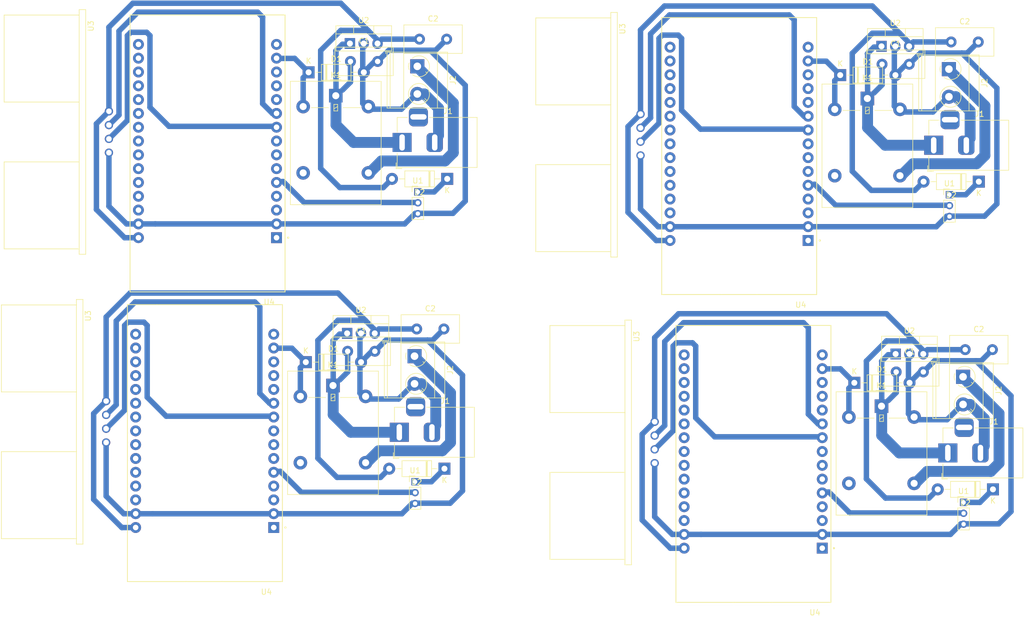
<source format=kicad_pcb>
(kicad_pcb (version 20221018) (generator pcbnew)
  (layers (0 "F.Cu" signal) (31 "B.Cu" signal) (34 "B.Paste" user) (35 "F.Paste" user) (36 "B.SilkS" user "B.Silkscreen") (37 "F.SilkS" user "F.Silkscreen") (38 "B.Mask" user) (39 "F.Mask" user) (44 "Edge.Cuts" user))
  (net 0 "")
  (net 1 "Net-(U3-Pad2)")
  (net 2 "Net-(U3-Pad3)")
  (net 3 "Net-(J1-Pad1)")
  (net 4 "5V")
  (net 5 "GND")
  (net 7 "Net-(U2-VI)")
  (net 8 "Net-(D1-K)")
  (net 9 "Net-(J2-Pin_1)")
  (net 10 "Net-(D2-K)")
  (net 11 "Net-(U1-SINAL)")
  (net 18 "Net-(U3-ECHO)")
  (net 19 "Net-(U3-TRIG)")
  (footprint "HC-SR04:XCVR_HC-SR04" (layer "F.Cu") (at 107.958 156.087 -90)
    (fp_text reference "U3")
    (fp_text value "HC-SR04")
  )
  (footprint "ESP32-DEVKIT-V1:TerminalBlock_MetzConnect_Type073_RT02602HBLU_1x02_P5.08mm_Horizontal" (layer "F.Cu") (at 165.2 90.7 -90)
    (fp_text reference "J2")
    (fp_text value "Screw_Terminal_01x02")
  )
  (footprint "Diode_THT:D_DO-41_SOD81_P10.16mm_Horizontal" (layer "F.Cu") (at 242.988 92.314)
    (fp_text reference "D1")
    (fp_text value "1N4007")
  )
  (footprint "Capacitor_THT:C_Disc_D10.5mm_W5.0mm_P5.00mm" (layer "F.Cu") (at 152.388 143.114)
    (fp_text reference "C1")
    (fp_text value "0.33uF")
  )
  (footprint "Capacitor_THT:C_Disc_D10.5mm_W5.0mm_P5.00mm" (layer "F.Cu") (at 263.388 86.214)
    (fp_text reference "C2")
    (fp_text value "0.1uF")
  )
  (footprint "Connector_PinHeader_2.00mm:PinHeader_1x03_P2.00mm_Vertical" (layer "F.Cu") (at 265.688 170.914)
    (fp_text reference "U1")
    (fp_text value "YF_S201")
  )
  (footprint "Capacitor_THT:C_Disc_D10.5mm_W5.0mm_P5.00mm" (layer "F.Cu") (at 253.288 146.914)
    (fp_text reference "C1")
    (fp_text value "0.33uF")
  )
  (footprint "ESP32-DEVKIT-V1:TerminalBlock_MetzConnect_Type073_RT02602HBLU_1x02_P5.08mm_Horizontal" (layer "F.Cu") (at 164.688 144.014 -90)
    (fp_text reference "J2")
    (fp_text value "Screw_Terminal_01x02")
  )
  (footprint "HC-SR04:XCVR_HC-SR04" (layer "F.Cu") (at 108.47 102.773 -90)
    (fp_text reference "U3")
    (fp_text value "HC-SR04")
  )
  (footprint "ESP32-DEVKIT-V1:MODULE_ESP32_DEVKIT_V1" (layer "F.Cu") (at 126.6 106.705 180)
    (fp_text reference "U4")
    (fp_text value "ESP32-DEVKIT-V1")
  )
  (footprint "Connector_BarrelJack:BarrelJack_Horizontal" (layer "F.Cu") (at 162.4 104.7 180)
    (fp_text reference "J1")
    (fp_text value "Barrel_Jack")
  )
  (footprint "Capacitor_THT:C_Disc_D10.5mm_W5.0mm_P5.00mm" (layer "F.Cu") (at 152.9 89.8)
    (fp_text reference "C1")
    (fp_text value "0.33uF")
  )
  (footprint "Connector_PinHeader_2.00mm:PinHeader_1x03_P2.00mm_Vertical" (layer "F.Cu") (at 165.3 113.8)
    (fp_text reference "U1")
    (fp_text value "YF_S201")
  )
  (footprint "ESP32-DEVKIT-V1:Relay_SPDT_Omron-G5LE-12" (layer "F.Cu") (at 149.688 149.414)
    (fp_text reference "K1")
    (fp_text value "G5LE-1")
  )
  (footprint "Connector_PinHeader_2.00mm:PinHeader_1x03_P2.00mm_Vertical" (layer "F.Cu") (at 263.088 114.314)
    (fp_text reference "U1")
    (fp_text value "YF_S201")
  )
  (footprint "Connector_BarrelJack:BarrelJack_Horizontal" (layer "F.Cu") (at 161.888 158.014 180)
    (fp_text reference "J1")
    (fp_text value "Barrel_Jack")
  )
  (footprint "Capacitor_THT:C_Disc_D10.5mm_W5.0mm_P5.00mm" (layer "F.Cu") (at 250.688 90.314)
    (fp_text reference "C1")
    (fp_text value "0.33uF")
  )
  (footprint "Diode_THT:D_DO-41_SOD81_P10.16mm_Horizontal" (layer "F.Cu") (at 145.2 91.8)
    (fp_text reference "D1")
    (fp_text value "1N4007")
  )
  (footprint "Diode_THT:D_DO-41_SOD81_P10.16mm_Horizontal" (layer "F.Cu") (at 144.688 145.114)
    (fp_text reference "D1")
    (fp_text value "1N4007")
  )
  (footprint "ESP32-DEVKIT-V1:MODULE_ESP32_DEVKIT_V1" (layer "F.Cu") (at 224.388 107.219 180)
    (fp_text reference "U4")
    (fp_text value "ESP32-DEVKIT-V1")
  )
  (footprint "ESP32-DEVKIT-V1:TO-220-3_Vertical2" (layer "F.Cu") (at 253.188 143.614)
    (fp_text reference "U2")
    (fp_text value "LM7805_TO220")
  )
  (footprint "ESP32-DEVKIT-V1:TerminalBlock_MetzConnect_Type073_RT02602HBLU_1x02_P5.08mm_Horizontal" (layer "F.Cu") (at 262.988 91.214 -90)
    (fp_text reference "J2")
    (fp_text value "Screw_Terminal_01x02")
  )
  (footprint "ESP32-DEVKIT-V1:TO-220-3_Vertical2" (layer "F.Cu") (at 152.288 139.814)
    (fp_text reference "U2")
    (fp_text value "LM7805_TO220")
  )
  (footprint "Connector_BarrelJack:BarrelJack_Horizontal" (layer "F.Cu") (at 262.788 161.814 180)
    (fp_text reference "J1")
    (fp_text value "Barrel_Jack")
  )
  (footprint "ESP32-DEVKIT-V1:MODULE_ESP32_DEVKIT_V1" (layer "F.Cu") (at 126.088 160.019 180)
    (fp_text reference "U4")
    (fp_text value "ESP32-DEVKIT-V1")
  )
  (footprint "Capacitor_THT:C_Disc_D10.5mm_W5.0mm_P5.00mm" (layer "F.Cu") (at 265.988 142.814)
    (fp_text reference "C2")
    (fp_text value "0.1uF")
  )
  (footprint "HC-SR04:XCVR_HC-SR04" (layer "F.Cu") (at 206.258 103.287 -90)
    (fp_text reference "U3")
    (fp_text value "HC-SR04")
  )
  (footprint "Diode_THT:D_DO-41_SOD81_P10.16mm_Horizontal" (layer "F.Cu") (at 245.588 148.914)
    (fp_text reference "D1")
    (fp_text value "1N4007")
  )
  (footprint "Diode_THT:D_DO-41_SOD81_P10.16mm_Horizontal" (layer "F.Cu") (at 271.088 168.514 180)
    (fp_text reference "D2")
    (fp_text value "1N4007")
  )
  (footprint "Connector_PinHeader_2.00mm:PinHeader_1x03_P2.00mm_Vertical" (layer "F.Cu") (at 164.788 167.114)
    (fp_text reference "U1")
    (fp_text value "YF_S201")
  )
  (footprint "ESP32-DEVKIT-V1:TerminalBlock_MetzConnect_Type073_RT02602HBLU_1x02_P5.08mm_Horizontal" (layer "F.Cu") (at 265.588 147.814 -90)
    (fp_text reference "J2")
    (fp_text value "Screw_Terminal_01x02")
  )
  (footprint "ESP32-DEVKIT-V1:Relay_SPDT_Omron-G5LE-12" (layer "F.Cu") (at 150.2 96.1)
    (fp_text reference "K1")
    (fp_text value "G5LE-1")
  )
  (footprint "ESP32-DEVKIT-V1:Relay_SPDT_Omron-G5LE-12" (layer "F.Cu") (at 247.988 96.614)
    (fp_text reference "K1")
    (fp_text value "G5LE-1")
  )
  (footprint "Capacitor_THT:C_Disc_D10.5mm_W5.0mm_P5.00mm" (layer "F.Cu") (at 165.6 85.7)
    (fp_text reference "C2")
    (fp_text value "0.1uF")
  )
  (footprint "ESP32-DEVKIT-V1:Relay_SPDT_Omron-G5LE-12" (layer "F.Cu") (at 250.588 153.214)
    (fp_text reference "K1")
    (fp_text value "G5LE-1")
  )
  (footprint "Diode_THT:D_DO-41_SOD81_P10.16mm_Horizontal" (layer "F.Cu") (at 170.7 111.4 180)
    (fp_text reference "D2")
    (fp_text value "1N4007")
  )
  (footprint "Diode_THT:D_DO-41_SOD81_P10.16mm_Horizontal" (layer "F.Cu") (at 170.188 164.714 180)
    (fp_text reference "D2")
    (fp_text value "1N4007")
  )
  (footprint "Capacitor_THT:C_Disc_D10.5mm_W5.0mm_P5.00mm" (layer "F.Cu") (at 165.088 139.014)
    (fp_text reference "C2")
    (fp_text value "0.1uF")
  )
  (footprint "ESP32-DEVKIT-V1:TO-220-3_Vertical2" (layer "F.Cu") (at 152.8 86.5)
    (fp_text reference "U2")
    (fp_text value "LM7805_TO220")
  )
  (footprint "ESP32-DEVKIT-V1:MODULE_ESP32_DEVKIT_V1" (layer "F.Cu") (at 226.988 163.819 180)
    (fp_text reference "U4")
    (fp_text value "ESP32-DEVKIT-V1")
  )
  (footprint "ESP32-DEVKIT-V1:TO-220-3_Vertical2" (layer "F.Cu") (at 250.588 87.014)
    (fp_text reference "U2")
    (fp_text value "LM7805_TO220")
  )
  (footprint "Connector_BarrelJack:BarrelJack_Horizontal" (layer "F.Cu") (at 260.188 105.214 180)
    (fp_text reference "J1")
    (fp_text value "Barrel_Jack")
  )
  (footprint "HC-SR04:XCVR_HC-SR04" (layer "F.Cu") (at 208.858 159.887 -90)
    (fp_text reference "U3")
    (fp_text value "HC-SR04")
  )
  (footprint "Diode_THT:D_DO-41_SOD81_P10.16mm_Horizontal" (layer "F.Cu") (at 268.488 111.914 180)
    (fp_text reference "D2")
    (fp_text value "1N4007")
  )
  (segment (start 111.358 138.357) (end 111.958 137.757) (width 1) (layer "B.Cu") (net 1))
  (segment (start 215.808 141.557) (end 216.408 142.157) (width 1) (layer "B.Cu") (net 1))
  (segment (start 213.208 84.957) (end 213.808 85.557) (width 1) (layer "B.Cu") (net 1))
  (segment (start 216.408 142.157) (end 216.408 155.357) (width 1) (layer "B.Cu") (net 1))
  (segment (start 212.258 142.157) (end 212.858 141.557) (width 1) (layer "B.Cu") (net 1))
  (segment (start 209.658 85.557) (end 210.258 84.957) (width 1) (layer "B.Cu") (net 1))
  (segment (start 209.658 101.157) (end 209.658 85.557) (width 1) (layer "B.Cu") (net 1))
  (segment (start 108.47 104.043) (end 111.87 100.643) (width 1) (layer "B.Cu") (net 1))
  (segment (start 111.358 153.957) (end 111.358 138.357) (width 1) (layer "B.Cu") (net 1))
  (segment (start 115.508 151.557) (end 119.003 155.052) (width 1) (layer "B.Cu") (net 1))
  (segment (start 111.87 85.043) (end 112.47 84.443) (width 1) (layer "B.Cu") (net 1))
  (segment (start 212.858 141.557) (end 215.808 141.557) (width 1) (layer "B.Cu") (net 1))
  (segment (start 115.42 84.443) (end 116.02 85.043) (width 1) (layer "B.Cu") (net 1))
  (segment (start 111.958 137.757) (end 114.908 137.757) (width 1) (layer "B.Cu") (net 1))
  (segment (start 212.258 157.757) (end 212.258 142.157) (width 1) (layer "B.Cu") (net 1))
  (segment (start 119.515 101.738) (end 139.32 101.738) (width 1) (layer "B.Cu") (net 1))
  (segment (start 116.02 85.043) (end 116.02 98.243) (width 1) (layer "B.Cu") (net 1))
  (segment (start 119.003 155.052) (end 138.808 155.052) (width 1) (layer "B.Cu") (net 1))
  (segment (start 213.808 98.757) (end 217.303 102.252) (width 1) (layer "B.Cu") (net 1))
  (segment (start 116.02 98.243) (end 119.515 101.738) (width 1) (layer "B.Cu") (net 1))
  (segment (start 216.408 155.357) (end 219.903 158.852) (width 1) (layer "B.Cu") (net 1))
  (segment (start 112.47 84.443) (end 115.42 84.443) (width 1) (layer "B.Cu") (net 1))
  (segment (start 213.808 85.557) (end 213.808 98.757) (width 1) (layer "B.Cu") (net 1))
  (segment (start 111.87 100.643) (end 111.87 85.043) (width 1) (layer "B.Cu") (net 1))
  (segment (start 206.258 104.557) (end 209.658 101.157) (width 1) (layer "B.Cu") (net 1))
  (segment (start 217.303 102.252) (end 237.108 102.252) (width 1) (layer "B.Cu") (net 1))
  (segment (start 210.258 84.957) (end 213.208 84.957) (width 1) (layer "B.Cu") (net 1))
  (segment (start 107.958 157.357) (end 111.358 153.957) (width 1) (layer "B.Cu") (net 1))
  (segment (start 219.903 158.852) (end 239.708 158.852) (width 1) (layer "B.Cu") (net 1))
  (segment (start 114.908 137.757) (end 115.508 138.357) (width 1) (layer "B.Cu") (net 1))
  (segment (start 208.858 161.157) (end 212.258 157.757) (width 1) (layer "B.Cu") (net 1))
  (segment (start 115.508 138.357) (end 115.508 151.557) (width 1) (layer "B.Cu") (net 1))
  (segment (start 109.808 137.530696) (end 113.288716 134.04998) (width 1) (layer "B.Cu") (net 2))
  (segment (start 138.543 99.366) (end 139.412 99.366) (width 1) (layer "B.Cu") (net 2))
  (segment (start 110.32 99.653) (end 110.32 84.216696) (width 1) (layer "B.Cu") (net 2))
  (segment (start 234.530479 98.079479) (end 236.331 99.88) (width 1) (layer "B.Cu") (net 2))
  (segment (start 210.708 156.767) (end 210.708 141.330696) (width 1) (layer "B.Cu") (net 2))
  (segment (start 237.130479 154.679479) (end 238.931 156.48) (width 1) (layer "B.Cu") (net 2))
  (segment (start 238.931 156.48) (end 239.8 156.48) (width 1) (layer "B.Cu") (net 2))
  (segment (start 211.588716 81.24998) (end 233.617116 81.24998) (width 1) (layer "B.Cu") (net 2))
  (segment (start 237.130479 138.763343) (end 237.130479 154.679479) (width 1) (layer "B.Cu") (net 2))
  (segment (start 136.742479 81.649343) (end 136.742479 97.565479) (width 1) (layer "B.Cu") (net 2))
  (segment (start 233.617116 81.24998) (end 234.530479 82.163343) (width 1) (layer "B.Cu") (net 2))
  (segment (start 138.031 152.68) (end 138.9 152.68) (width 1) (layer "B.Cu") (net 2))
  (segment (start 110.32 84.216696) (end 113.800716 80.73598) (width 1) (layer "B.Cu") (net 2))
  (segment (start 234.530479 82.163343) (end 234.530479 98.079479) (width 1) (layer "B.Cu") (net 2))
  (segment (start 136.230479 134.963343) (end 136.230479 150.879479) (width 1) (layer "B.Cu") (net 2))
  (segment (start 113.800716 80.73598) (end 135.829116 80.73598) (width 1) (layer "B.Cu") (net 2))
  (segment (start 113.288716 134.04998) (end 135.317116 134.04998) (width 1) (layer "B.Cu") (net 2))
  (segment (start 208.108 100.167) (end 208.108 84.730696) (width 1) (layer "B.Cu") (net 2))
  (segment (start 210.708 141.330696) (end 214.188716 137.84998) (width 1) (layer "B.Cu") (net 2))
  (segment (start 236.217116 137.84998) (end 237.130479 138.763343) (width 1) (layer "B.Cu") (net 2))
  (segment (start 136.742479 97.565479) (end 138.543 99.366) (width 1) (layer "B.Cu") (net 2))
  (segment (start 206.258 102.017) (end 208.108 100.167) (width 1) (layer "B.Cu") (net 2))
  (segment (start 107.958 154.817) (end 109.808 152.967) (width 1) (layer "B.Cu") (net 2))
  (segment (start 109.808 152.967) (end 109.808 137.530696) (width 1) (layer "B.Cu") (net 2))
  (segment (start 208.858 158.617) (end 210.708 156.767) (width 1) (layer "B.Cu") (net 2))
  (segment (start 135.317116 134.04998) (end 136.230479 134.963343) (width 1) (layer "B.Cu") (net 2))
  (segment (start 236.331 99.88) (end 237.2 99.88) (width 1) (layer "B.Cu") (net 2))
  (segment (start 208.108 84.730696) (end 211.588716 81.24998) (width 1) (layer "B.Cu") (net 2))
  (segment (start 214.188716 137.84998) (end 236.217116 137.84998) (width 1) (layer "B.Cu") (net 2))
  (segment (start 108.47 101.503) (end 110.32 99.653) (width 1) (layer "B.Cu") (net 2))
  (segment (start 136.230479 150.879479) (end 138.031 152.68) (width 1) (layer "B.Cu") (net 2))
  (segment (start 135.829116 80.73598) (end 136.742479 81.649343) (width 1) (layer "B.Cu") (net 2))
  (segment (start 149.726 141.175) (end 149.726 149.897) (width 1) (layer "B.Cu") (net 3))
  (segment (start 150.906 139.959) (end 149.708 141.157) (width 1) (layer "B.Cu") (net 3))
  (segment (start 250.626 144.975) (end 250.626 153.697) (width 1) (layer "B.Cu") (net 3))
  (segment (start 260.188 105.214) (end 251.265 105.214) (width 2) (layer "B.Cu") (net 3))
  (segment (start 150.238 101.461) (end 150.238 96.583) (width 2) (layer "B.Cu") (net 3))
  (segment (start 248.026 101.975) (end 248.026 97.097) (width 2) (layer "B.Cu") (net 3))
  (segment (start 152.62 86.645) (end 151.418 86.645) (width 1) (layer "B.Cu") (net 3))
  (segment (start 250.608 144.957) (end 250.626 144.975) (width 1) (layer "B.Cu") (net 3))
  (segment (start 153.477 104.7) (end 150.238 101.461) (width 2) (layer "B.Cu") (net 3))
  (segment (start 150.238 87.861) (end 150.238 96.583) (width 1) (layer "B.Cu") (net 3))
  (segment (start 248.008 88.357) (end 248.026 88.375) (width 1) (layer "B.Cu") (net 3))
  (segment (start 253.865 161.814) (end 250.626 158.575) (width 2) (layer "B.Cu") (net 3))
  (segment (start 249.206 87.159) (end 248.008 88.357) (width 1) (layer "B.Cu") (net 3))
  (segment (start 162.4 104.7) (end 153.477 104.7) (width 2) (layer "B.Cu") (net 3))
  (segment (start 152.965 158.014) (end 149.726 154.775) (width 2) (layer "B.Cu") (net 3))
  (segment (start 151.418 86.645) (end 150.22 87.843) (width 1) (layer "B.Cu") (net 3))
  (segment (start 262.788 161.814) (end 253.865 161.814) (width 2) (layer "B.Cu") (net 3))
  (segment (start 152.108 139.959) (end 150.906 139.959) (width 1) (layer "B.Cu") (net 3))
  (segment (start 250.626 158.575) (end 250.626 153.697) (width 2) (layer "B.Cu") (net 3))
  (segment (start 250.408 87.159) (end 249.206 87.159) (width 1) (layer "B.Cu") (net 3))
  (segment (start 251.806 143.759) (end 250.608 144.957) (width 1) (layer "B.Cu") (net 3))
  (segment (start 150.22 87.843) (end 150.238 87.861) (width 1) (layer "B.Cu") (net 3))
  (segment (start 149.726 154.775) (end 149.726 149.897) (width 2) (layer "B.Cu") (net 3))
  (segment (start 251.265 105.214) (end 248.026 101.975) (width 2) (layer "B.Cu") (net 3))
  (segment (start 248.026 88.375) (end 248.026 97.097) (width 1) (layer "B.Cu") (net 3))
  (segment (start 253.008 143.759) (end 251.806 143.759) (width 1) (layer "B.Cu") (net 3))
  (segment (start 161.888 158.014) (end 152.965 158.014) (width 2) (layer "B.Cu") (net 3))
  (segment (start 149.708 141.157) (end 149.726 141.175) (width 1) (layer "B.Cu") (net 3))
  (segment (start 112.87 79.093) (end 151.12 79.093) (width 1) (layer "B.Cu") (net 4))
  (segment (start 110.841 175.54) (end 105.658 170.357) (width 1) (layer "B.Cu") (net 4))
  (segment (start 146.908 141.107) (end 150.608 137.407) (width 1) (layer "B.Cu") (net 4))
  (segment (start 248.908 84.607) (end 253.908 84.607) (width 1) (layer "B.Cu") (net 4))
  (segment (start 151.12 79.093) (end 156.12 84.093) (width 1) (layer "B.Cu") (net 4))
  (segment (start 260.928 168.514) (end 259.328 170.114) (width 1) (layer "B.Cu") (net 4))
  (segment (start 208.858 156.077) (end 208.858 140.607) (width 1) (layer "B.Cu") (net 4))
  (segment (start 259.328 170.114) (end 251.328 170.114) (width 1) (layer "B.Cu") (net 4))
  (segment (start 157.7 85.673) (end 157.7 86.645) (width 1) (layer "B.Cu") (net 4))
  (segment (start 251.508 136.207) (end 256.508 141.207) (width 1) (layer "B.Cu") (net 4))
  (segment (start 106.17 101.263) (end 108.47 98.963) (width 1) (layer "B.Cu") (net 4))
  (segment (start 256.508 141.207) (end 258.088 142.787) (width 1) (layer "B.Cu") (net 4))
  (segment (start 203.958 117.557) (end 203.958 101.777) (width 1) (layer "B.Cu") (net 4))
  (segment (start 150.428 166.314) (end 146.908 162.794) (width 1) (layer "B.Cu") (net 4))
  (segment (start 211.741 179.34) (end 206.558 174.157) (width 1) (layer "B.Cu") (net 4))
  (segment (start 247.808 144.907) (end 251.508 141.207) (width 1) (layer "B.Cu") (net 4))
  (segment (start 255.488 86.187) (end 255.488 87.159) (width 1) (layer "B.Cu") (net 4))
  (segment (start 203.958 101.777) (end 206.258 99.477) (width 1) (layer "B.Cu") (net 4))
  (segment (start 265.988 142.814) (end 259.033 142.814) (width 1) (layer "B.Cu") (net 4))
  (segment (start 147.42 87.793) (end 151.12 84.093) (width 1) (layer "B.Cu") (net 4))
  (segment (start 165.6 85.7) (end 158.645 85.7) (width 1) (layer "B.Cu") (net 4))
  (segment (start 206.258 99.477) (end 206.258 84.007) (width 1) (layer "B.Cu") (net 4))
  (segment (start 146.908 162.794) (end 146.908 141.107) (width 1) (layer "B.Cu") (net 4))
  (segment (start 106.17 117.043) (end 106.17 101.263) (width 1) (layer "B.Cu") (net 4))
  (segment (start 165.088 139.014) (end 158.133 139.014) (width 1) (layer "B.Cu") (net 4))
  (segment (start 251.508 141.207) (end 256.508 141.207) (width 1) (layer "B.Cu") (net 4))
  (segment (start 256.433 86.214) (end 255.488 87.159) (width 1) (layer "B.Cu") (net 4))
  (segment (start 112.358 132.407) (end 150.608 132.407) (width 1) (layer "B.Cu") (net 4))
  (segment (start 206.558 174.157) (end 206.558 158.377) (width 1) (layer "B.Cu") (net 4))
  (segment (start 263.388 86.214) (end 256.433 86.214) (width 1) (layer "B.Cu") (net 4))
  (segment (start 108.47 83.493) (end 112.87 79.093) (width 1) (layer "B.Cu") (net 4))
  (segment (start 160.54 111.4) (end 158.94 113) (width 1) (layer "B.Cu") (net 4))
  (segment (start 150.608 137.407) (end 155.608 137.407) (width 1) (layer "B.Cu") (net 4))
  (segment (start 208.858 140.607) (end 213.258 136.207) (width 1) (layer "B.Cu") (net 4))
  (segment (start 258.328 111.914) (end 256.728 113.514) (width 1) (layer "B.Cu") (net 4))
  (segment (start 111.353 122.226) (end 106.17 117.043) (width 1) (layer "B.Cu") (net 4))
  (segment (start 251.328 170.114) (end 247.808 166.594) (width 1) (layer "B.Cu") (net 4))
  (segment (start 150.608 132.407) (end 155.608 137.407) (width 1) (layer "B.Cu") (net 4))
  (segment (start 156.12 84.093) (end 157.7 85.673) (width 1) (layer "B.Cu") (net 4))
  (segment (start 247.808 166.594) (end 247.808 144.907) (width 1) (layer "B.Cu") (net 4))
  (segment (start 158.94 113) (end 150.94 113) (width 1) (layer "B.Cu") (net 4))
  (segment (start 214.4 179.34) (end 211.741 179.34) (width 1) (layer "B.Cu") (net 4))
  (segment (start 248.908 79.607) (end 253.908 84.607) (width 1) (layer "B.Cu") (net 4))
  (segment (start 248.728 113.514) (end 245.208 109.994) (width 1) (layer "B.Cu") (net 4))
  (segment (start 256.728 113.514) (end 248.728 113.514) (width 1) (layer "B.Cu") (net 4))
  (segment (start 158.428 166.314) (end 150.428 166.314) (width 1) (layer "B.Cu") (net 4))
  (segment (start 211.8 122.74) (end 209.141 122.74) (width 1) (layer "B.Cu") (net 4))
  (segment (start 258.088 142.787) (end 258.088 143.759) (width 1) (layer "B.Cu") (net 4))
  (segment (start 157.188 138.987) (end 157.188 139.959) (width 1) (layer "B.Cu") (net 4))
  (segment (start 158.133 139.014) (end 157.188 139.959) (width 1) (layer "B.Cu") (net 4))
  (segment (start 206.558 158.377) (end 208.858 156.077) (width 1) (layer "B.Cu") (net 4))
  (segment (start 155.608 137.407) (end 157.188 138.987) (width 1) (layer "B.Cu") (net 4))
  (segment (start 108.47 98.963) (end 108.47 83.493) (width 1) (layer "B.Cu") (net 4))
  (segment (start 158.645 85.7) (end 157.7 86.645) (width 1) (layer "B.Cu") (net 4))
  (segment (start 113.5 175.54) (end 110.841 175.54) (width 1) (layer "B.Cu") (net 4))
  (segment (start 107.958 136.807) (end 112.358 132.407) (width 1) (layer "B.Cu") (net 4))
  (segment (start 107.958 152.277) (end 107.958 136.807) (width 1) (layer "B.Cu") (net 4))
  (segment (start 114.012 122.226) (end 111.353 122.226) (width 1) (layer "B.Cu") (net 4))
  (segment (start 213.258 136.207) (end 251.508 136.207) (width 1) (layer "B.Cu") (net 4))
  (segment (start 105.658 170.357) (end 105.658 154.577) (width 1) (layer "B.Cu") (net 4))
  (segment (start 150.94 113) (end 147.42 109.48) (width 1) (layer "B.Cu") (net 4))
  (segment (start 105.658 154.577) (end 107.958 152.277) (width 1) (layer "B.Cu") (net 4))
  (segment (start 160.028 164.714) (end 158.428 166.314) (width 1) (layer "B.Cu") (net 4))
  (segment (start 245.208 88.307) (end 248.908 84.607) (width 1) (layer "B.Cu") (net 4))
  (segment (start 209.141 122.74) (end 203.958 117.557) (width 1) (layer "B.Cu") (net 4))
  (segment (start 210.658 79.607) (end 248.908 79.607) (width 1) (layer "B.Cu") (net 4))
  (segment (start 259.033 142.814) (end 258.088 143.759) (width 1) (layer "B.Cu") (net 4))
  (segment (start 245.208 109.994) (end 245.208 88.307) (width 1) (layer "B.Cu") (net 4))
  (segment (start 253.908 84.607) (end 255.488 86.187) (width 1) (layer "B.Cu") (net 4))
  (segment (start 147.42 109.48) (end 147.42 87.793) (width 1) (layer "B.Cu") (net 4))
  (segment (start 151.12 84.093) (end 156.12 84.093) (width 1) (layer "B.Cu") (net 4))
  (segment (start 206.258 84.007) (end 210.658 79.607) (width 1) (layer "B.Cu") (net 4))
  (segment (start 168.557 87.743) (end 167.57 87.743) (width 1) (layer "B.Cu") (net 5))
  (segment (start 111.201 173) (end 113.5 173) (width 1) (layer "B.Cu") (net 5))
  (segment (start 258.288 146.914) (end 257.727 146.914) (width 1) (layer "B.Cu") (net 5))
  (segment (start 169.1 98.4) (end 166.473 95.773) (width 2) (layer "B.Cu") (net 5))
  (segment (start 107.958 159.897) (end 107.958 169.757) (width 1) (layer "B.Cu") (net 5))
  (segment (start 260.048 99.097) (end 262.858 96.287) (width 1) (layer "B.Cu") (net 5))
  (segment (start 237.2 120.2) (end 260.665 120.2) (width 1) (layer "B.Cu") (net 5))
  (segment (start 206.258 107.097) (end 206.258 116.957) (width 1) (layer "B.Cu") (net 5))
  (segment (start 268.788 161.814) (end 268.788 161.214) (width 2) (layer "B.Cu") (net 5))
  (segment (start 159.445 141.057) (end 157.388 143.114) (width 1) (layer "B.Cu") (net 5))
  (segment (start 171.245 171.057) (end 173.508 168.794) (width 1) (layer "B.Cu") (net 5))
  (segment (start 252.948 98.019) (end 254.026 99.097) (width 1) (layer "B.Cu") (net 5))
  (segment (start 266.888 98.914) (end 264.261 96.287) (width 2) (layer "B.Cu") (net 5))
  (segment (start 155.172 145.293) (end 154.648 145.293) (width 1) (layer "B.Cu") (net 5))
  (segment (start 253.234 92.779) (end 252.948 92.493) (width 1) (layer "B.Cu") (net 5))
  (segment (start 266.888 103.914) (end 266.888 98.914) (width 2) (layer "B.Cu") (net 5))
  (segment (start 167.888 157.414) (end 168.588 156.714) (width 2) (layer "B.Cu") (net 5))
  (segment (start 217.388 176.8) (end 214.4 176.8) (width 1) (layer "B.Cu") (net 5))
  (segment (start 260.345 144.857) (end 258.288 146.914) (width 1) (layer "B.Cu") (net 5))
  (segment (start 139.412 119.686) (end 117 119.686) (width 1) (layer "B.Cu") (net 5))
  (segment (start 155.16 86.645) (end 155.16 91.979) (width 1) (layer "B.Cu") (net 5))
  (segment (start 274.408 151.307) (end 267.958 144.857) (width 1) (layer "B.Cu") (net 5))
  (segment (start 239.8 176.8) (end 263.265 176.8) (width 1) (layer "B.Cu") (net 5))
  (segment (start 164.308 171.057) (end 171.245 171.057) (width 1) (layer "B.Cu") (net 5))
  (segment (start 268.788 161.214) (end 269.488 160.514) (width 2) (layer "B.Cu") (net 5))
  (segment (start 157.9 89.8) (end 157.339 89.8) (width 1) (layer "B.Cu") (net 5))
  (segment (start 155.726 151.897) (end 161.748 151.897) (width 1) (layer "B.Cu") (net 5))
  (segment (start 255.127 90.314) (end 252.948 92.493) (width 1) (layer "B.Cu") (net 5))
  (segment (start 252.948 87.159) (end 252.948 92.493) (width 1) (layer "B.Cu") (net 5))
  (segment (start 157.339 89.8) (end 155.16 91.979) (width 1) (layer "B.Cu") (net 5))
  (segment (start 108.47 106.583) (end 108.47 116.443) (width 1) (layer "B.Cu") (net 5))
  (segment (start 155.684 91.979) (end 155.16 91.979) (width 1) (layer "B.Cu") (net 5))
  (segment (start 265.358 88.257) (end 257.745 88.257) (width 1) (layer "B.Cu") (net 5))
  (segment (start 138.9 173) (end 162.365 173) (width 1) (layer "B.Cu") (net 5))
  (segment (start 255.548 149.093) (end 255.548 154.619) (width 1) (layer "B.Cu") (net 5))
  (segment (start 167.058 141.057) (end 159.445 141.057) (width 1) (layer "B.Cu") (net 5))
  (segment (start 265.208 174.857) (end 272.145 174.857) (width 1) (layer "B.Cu") (net 5))
  (segment (start 161.748 151.897) (end 164.558 149.087) (width 1) (layer "B.Cu") (net 5))
  (segment (start 214.788 120.2) (end 211.8 120.2) (width 1) (layer "B.Cu") (net 5))
  (segment (start 263.265 176.8) (end 265.208 174.857) (width 1) (layer "B.Cu") (net 5))
  (segment (start 157.388 143.114) (end 156.827 143.114) (width 1) (layer "B.Cu") (net 5))
  (segment (start 165.961 149.087) (end 164.558 149.087) (width 2) (layer "B.Cu") (net 5))
  (segment (start 208.858 173.557) (end 212.101 176.8) (width 1) (layer "B.Cu") (net 5))
  (segment (start 256.072 149.093) (end 255.548 149.093) (width 1) (layer "B.Cu") (net 5))
  (segment (start 138.9 173) (end 116.488 173) (width 1) (layer "B.Cu") (net 5))
  (segment (start 266.188 105.214) (end 266.188 104.614) (width 2) (layer "B.Cu") (net 5))
  (segment (start 168.588 156.714) (end 168.588 151.714) (width 2) (layer "B.Cu") (net 5))
  (segment (start 154.648 145.293) (end 154.648 150.819) (width 1) (layer "B.Cu") (net 5))
  (segment (start 173.508 168.794) (end 173.508 147.507) (width 1) (layer "B.Cu") (net 5))
  (segment (start 268.388 86.214) (end 266.345 88.257) (width 1) (layer "B.Cu") (net 5))
  (segment (start 206.258 116.957) (end 209.501 120.2) (width 1) (layer "B.Cu") (net 5))
  (segment (start 174.02 115.48) (end 174.02 94.193) (width 1) (layer "B.Cu") (net 5))
  (segment (start 156.827 143.114) (end 154.648 145.293) (width 1) (layer "B.Cu") (net 5))
  (segment (start 154.934 145.579) (end 154.648 145.293) (width 1) (layer "B.Cu") (net 5))
  (segment (start 164.82 117.743) (end 171.757 117.743) (width 1) (layer "B.Cu") (net 5))
  (segment (start 162.365 173) (end 164.308 171.057) (width 1) (layer "B.Cu") (net 5))
  (segment (start 108.47 116.443) (end 111.713 119.686) (width 1) (layer "B.Cu") (net 5))
  (segment (start 255.834 149.379) (end 255.548 149.093) (width 1) (layer "B.Cu") (net 5))
  (segment (start 162.26 98.583) (end 165.07 95.773) (width 1) (layer "B.Cu") (net 5))
  (segment (start 274.408 172.594) (end 274.408 151.307) (width 1) (layer "B.Cu") (net 5))
  (segment (start 256.626 155.697) (end 262.648 155.697) (width 1) (layer "B.Cu") (net 5))
  (segment (start 239.8 176.8) (end 217.388 176.8) (width 1) (layer "B.Cu") (net 5))
  (segment (start 139.412 119.686) (end 162.877 119.686) (width 1) (layer "B.Cu") (net 5))
  (segment (start 209.501 120.2) (end 211.8 120.2) (width 1) (layer "B.Cu") (net 5))
  (segment (start 260.665 120.2) (end 262.608 118.257) (width 1) (layer "B.Cu") (net 5))
  (segment (start 270.988 142.814) (end 268.945 144.857) (width 1) (layer "B.Cu") (net 5))
  (segment (start 173.508 147.507) (end 167.058 141.057) (width 1) (layer "B.Cu") (net 5))
  (segment (start 174.02 94.193) (end 167.57 87.743) (width 1) (layer "B.Cu") (net 5))
  (segment (start 271.808 94.707) (end 265.358 88.257) (width 1) (layer "B.Cu") (net 5))
  (segment (start 155.16 91.979) (end 155.16 97.505) (width 1) (layer "B.Cu") (net 5))
  (segment (start 116.488 173) (end 113.5 173) (width 1) (layer "B.Cu") (net 5))
  (segment (start 255.688 90.314) (end 255.127 90.314) (width 1) (layer "B.Cu") (net 5))
  (segment (start 170.088 139.014) (end 168.045 141.057) (width 1) (layer "B.Cu") (net 5))
  (segment (start 155.16 97.505) (end 156.238 98.583) (width 1) (layer "B.Cu") (net 5))
  (segment (start 268.945 144.857) (end 267.958 144.857) (width 1) (layer "B.Cu") (net 5))
  (segment (start 257.727 146.914) (end 255.548 149.093) (width 1) (layer "B.Cu") (net 5))
  (segment (start 154.648 139.959) (end 154.648 145.293) (width 1) (layer "B.Cu") (net 5))
  (segment (start 117 119.686) (end 114.012 119.686) (width 1) (layer "B.Cu") (net 5))
  (segment (start 169.1 103.4) (end 169.1 98.4) (width 2) (layer "B.Cu") (net 5))
  (segment (start 168.588 151.714) (end 165.961 149.087) (width 2) (layer "B.Cu") (net 5))
  (segment (start 155.446 92.265) (end 155.16 91.979) (width 1) (layer "B.Cu") (net 5))
  (segment (start 170.6 85.7) (end 168.557 87.743) (width 1) (layer "B.Cu") (net 5))
  (segment (start 167.888 158.014) (end 167.888 157.414) (width 2) (layer "B.Cu") (net 5))
  (segment (start 266.345 88.257) (end 265.358 88.257) (width 1) (layer "B.Cu") (net 5))
  (segment (start 269.488 160.514) (end 269.488 155.514) (width 2) (layer "B.Cu") (net 5))
  (segment (start 269.545 118.257) (end 271.808 115.994) (width 1) (layer "B.Cu") (net 5))
  (segment (start 257.745 88.257) (end 255.688 90.314) (width 1) (layer "B.Cu") (net 5))
  (segment (start 111.713 119.686) (end 114.012 119.686) (width 1) (layer "B.Cu") (net 5))
  (segment (start 167.57 87.743) (end 159.957 87.743) (width 1) (layer "B.Cu") (net 5))
  (segment (start 168.045 141.057) (end 167.058 141.057) (width 1) (layer "B.Cu") (net 5))
  (segment (start 262.648 155.697) (end 265.458 152.887) (width 1) (layer "B.Cu") (net 5))
  (segment (start 272.145 174.857) (end 274.408 172.594) (width 1) (layer "B.Cu") (net 5))
  (segment (start 154.648 150.819) (end 155.726 151.897) (width 1) (layer "B.Cu") (net 5))
  (segment (start 271.808 115.994) (end 271.808 94.707) (width 1) (layer "B.Cu") (net 5))
  (segment (start 107.958 169.757) (end 111.201 173) (width 1) (layer "B.Cu") (net 5))
  (segment (start 267.958 144.857) (end 260.345 144.857) (width 1) (layer "B.Cu") (net 5))
  (segment (start 252.948 92.493) (end 252.948 98.019) (width 1) (layer "B.Cu") (net 5))
  (segment (start 269.488 155.514) (end 266.861 152.887) (width 2) (layer "B.Cu") (net 5))
  (segment (start 212.101 176.8) (end 214.4 176.8) (width 1) (layer "B.Cu") (net 5))
  (segment (start 159.957 87.743) (end 157.9 89.8) (width 1) (layer "B.Cu") (net 5))
  (segment (start 255.548 154.619) (end 256.626 155.697) (width 1) (layer "B.Cu") (net 5))
  (segment (start 254.026 99.097) (end 260.048 99.097) (width 1) (layer "B.Cu") (net 5))
  (segment (start 168.4 104.7) (end 168.4 104.1) (width 2) (layer "B.Cu") (net 5))
  (segment (start 266.861 152.887) (end 265.458 152.887) (width 2) (layer "B.Cu") (net 5))
  (segment (start 168.4 104.1) (end 169.1 103.4) (width 2) (layer "B.Cu") (net 5))
  (segment (start 253.472 92.493) (end 252.948 92.493) (width 1) (layer "B.Cu") (net 5))
  (segment (start 266.188 104.614) (end 266.888 103.914) (width 2) (layer "B.Cu") (net 5))
  (segment (start 162.877 119.686) (end 164.82 117.743) (width 1) (layer "B.Cu") (net 5))
  (segment (start 264.261 96.287) (end 262.858 96.287) (width 2) (layer "B.Cu") (net 5))
  (segment (start 166.473 95.773) (end 165.07 95.773) (width 2) (layer "B.Cu") (net 5))
  (segment (start 237.2 120.2) (end 214.788 120.2) (width 1) (layer "B.Cu") (net 5))
  (segment (start 208.858 163.697) (end 208.858 173.557) (width 1) (layer "B.Cu") (net 5))
  (segment (start 156.238 98.583) (end 162.26 98.583) (width 1) (layer "B.Cu") (net 5))
  (segment (start 255.548 143.759) (end 255.548 149.093) (width 1) (layer "B.Cu") (net 5))
  (segment (start 262.608 118.257) (end 269.545 118.257) (width 1) (layer "B.Cu") (net 5))
  (segment (start 171.757 117.743) (end 174.02 115.48) (width 1) (layer "B.Cu") (net 5))
  (segment (start 152.388 143.114) (end 152.388 146.914) (width 1) (layer "B.Cu") (net 7))
  (segment (start 152.9 89.8) (end 152.9 93.6) (width 1) (layer "B.Cu") (net 7))
  (segment (start 253.288 146.914) (end 253.288 150.714) (width 1) (layer "B.Cu") (net 7))
  (segment (start 152.388 146.914) (end 150.926 148.376) (width 1) (layer "B.Cu") (net 7))
  (segment (start 250.688 94.114) (end 249.226 95.576) (width 1) (layer "B.Cu") (net 7))
  (segment (start 250.688 90.314) (end 250.688 94.114) (width 1) (layer "B.Cu") (net 7))
  (segment (start 253.288 150.714) (end 251.826 152.176) (width 1) (layer "B.Cu") (net 7))
  (segment (start 152.9 93.6) (end 151.438 95.062) (width 1) (layer "B.Cu") (net 7))
  (segment (start 142.128 142.554) (end 144.688 145.114) (width 1) (layer "B.Cu") (net 8))
  (segment (start 144.2 98.3) (end 144.2 92.8) (width 1) (layer "B.Cu") (net 8))
  (segment (start 143.688 146.114) (end 144.688 145.114) (width 1) (layer "B.Cu") (net 8))
  (segment (start 239.688 146.354) (end 243.028 146.354) (width 1) (layer "B.Cu") (net 8))
  (segment (start 142.64 89.24) (end 145.2 91.8) (width 1) (layer "B.Cu") (net 8))
  (segment (start 143.688 151.614) (end 143.688 146.114) (width 1) (layer "B.Cu") (net 8))
  (segment (start 244.588 155.414) (end 244.588 149.914) (width 1) (layer "B.Cu") (net 8))
  (segment (start 138.921 142.499) (end 138.9 142.52) (width 1) (layer "B.Cu") (net 8))
  (segment (start 237.088 89.754) (end 240.428 89.754) (width 1) (layer "B.Cu") (net 8))
  (segment (start 243.028 146.354) (end 245.588 148.914) (width 1) (layer "B.Cu") (net 8))
  (segment (start 239.821 146.299) (end 239.8 146.32) (width 1) (layer "B.Cu") (net 8))
  (segment (start 237.221 89.699) (end 237.2 89.72) (width 1) (layer "B.Cu") (net 8))
  (segment (start 138.788 142.554) (end 142.128 142.554) (width 1) (layer "B.Cu") (net 8))
  (segment (start 139.433 89.185) (end 139.412 89.206) (width 1) (layer "B.Cu") (net 8))
  (segment (start 241.988 98.814) (end 241.988 93.314) (width 1) (layer "B.Cu") (net 8))
  (segment (start 244.588 149.914) (end 245.588 148.914) (width 1) (layer "B.Cu") (net 8))
  (segment (start 144.2 92.8) (end 145.2 91.8) (width 1) (layer "B.Cu") (net 8))
  (segment (start 240.428 89.754) (end 242.988 92.314) (width 1) (layer "B.Cu") (net 8))
  (segment (start 241.988 93.314) (end 242.988 92.314) (width 1) (layer "B.Cu") (net 8))
  (segment (start 139.3 89.24) (end 142.64 89.24) (width 1) (layer "B.Cu") (net 8))
  (segment (start 171.82 97.443) (end 171.82 106.58) (width 2) (layer "B.Cu") (net 9))
  (segment (start 265.458 147.807) (end 272.208 154.557) (width 2) (layer "B.Cu") (net 9))
  (segment (start 171.308 150.757) (end 171.308 159.894) (width 2) (layer "B.Cu") (net 9))
  (segment (start 158.6 108.1) (end 156.2 110.5) (width 2) (layer "B.Cu") (net 9))
  (segment (start 256.626 167.897) (end 256.666 167.857) (width 1) (layer "B.Cu") (net 9))
  (segment (start 171.308 159.894) (end 169.788 161.414) (width 2) (layer "B.Cu") (net 9))
  (segment (start 158.088 161.414) (end 155.688 163.814) (width 2) (layer "B.Cu") (net 9))
  (segment (start 170.3 108.1) (end 158.6 108.1) (width 2) (layer "B.Cu") (net 9))
  (segment (start 155.726 164.097) (end 155.766 164.057) (width 1) (layer "B.Cu") (net 9))
  (segment (start 262.858 91.207) (end 269.608 97.957) (width 2) (layer "B.Cu") (net 9))
  (segment (start 258.988 165.214) (end 256.588 167.614) (width 2) (layer "B.Cu") (net 9))
  (segment (start 165.07 90.693) (end 171.82 97.443) (width 2) (layer "B.Cu") (net 9))
  (segment (start 169.788 161.414) (end 158.088 161.414) (width 2) (layer "B.Cu") (net 9))
  (segment (start 269.608 97.957) (end 269.608 107.094) (width 2) (layer "B.Cu") (net 9))
  (segment (start 164.558 144.007) (end 171.308 150.757) (width 2) (layer "B.Cu") (net 9))
  (segment (start 156.238 110.783) (end 156.278 110.743) (width 1) (layer "B.Cu") (net 9))
  (segment (start 256.388 108.614) (end 253.988 111.014) (width 2) (layer "B.Cu") (net 9))
  (segment (start 254.026 111.297) (end 254.066 111.257) (width 1) (layer "B.Cu") (net 9))
  (segment (start 171.82 106.58) (end 170.3 108.1) (width 2) (layer "B.Cu") (net 9))
  (segment (start 268.088 108.614) (end 256.388 108.614) (width 2) (layer "B.Cu") (net 9))
  (segment (start 272.208 163.694) (end 270.688 165.214) (width 2) (layer "B.Cu") (net 9))
  (segment (start 270.688 165.214) (end 258.988 165.214) (width 2) (layer "B.Cu") (net 9))
  (segment (start 269.608 107.094) (end 268.088 108.614) (width 2) (layer "B.Cu") (net 9))
  (segment (start 272.208 154.557) (end 272.208 163.694) (width 2) (layer "B.Cu") (net 9))
  (segment (start 263.088 114.314) (end 266.088 114.314) (width 1) (layer "B.Cu") (net 10))
  (segment (start 168.3 113.8) (end 170.7 111.4) (width 1) (layer "B.Cu") (net 10))
  (segment (start 265.688 170.914) (end 268.688 170.914) (width 1) (layer "B.Cu") (net 10))
  (segment (start 268.688 170.914) (end 271.088 168.514) (width 1) (layer "B.Cu") (net 10))
  (segment (start 164.788 167.114) (end 167.788 167.114) (width 1) (layer "B.Cu") (net 10))
  (segment (start 266.088 114.314) (end 268.488 111.914) (width 1) (layer "B.Cu") (net 10))
  (segment (start 165.3 113.8) (end 168.3 113.8) (width 1) (layer "B.Cu") (net 10))
  (segment (start 167.788 167.114) (end 170.188 164.714) (width 1) (layer "B.Cu") (net 10))
  (segment (start 242.158 116.257) (end 238.313 112.412) (width 1) (layer "B.Cu") (net 11))
  (segment (start 140.013 165.212) (end 138.808 165.212) (width 1) (layer "B.Cu") (net 11))
  (segment (start 244.758 172.857) (end 240.913 169.012) (width 1) (layer "B.Cu") (net 11))
  (segment (start 144.37 115.743) (end 140.525 111.898) (width 1) (layer "B.Cu") (net 11))
  (segment (start 143.858 169.057) (end 140.013 165.212) (width 1) (layer "B.Cu") (net 11))
  (segment (start 240.913 169.012) (end 239.708 169.012) (width 1) (layer "B.Cu") (net 11))
  (segment (start 140.525 111.898) (end 139.32 111.898) (width 1) (layer "B.Cu") (net 11))
  (segment (start 262.608 116.257) (end 242.158 116.257) (width 1) (layer "B.Cu") (net 11))
  (segment (start 265.208 172.857) (end 244.758 172.857) (width 1) (layer "B.Cu") (net 11))
  (segment (start 164.82 115.743) (end 144.37 115.743) (width 1) (layer "B.Cu") (net 11))
  (segment (start 238.313 112.412) (end 237.108 112.412) (width 1) (layer "B.Cu") (net 11))
  (segment (start 164.308 169.057) (end 143.858 169.057) (width 1) (layer "B.Cu") (net 11))
)
</source>
